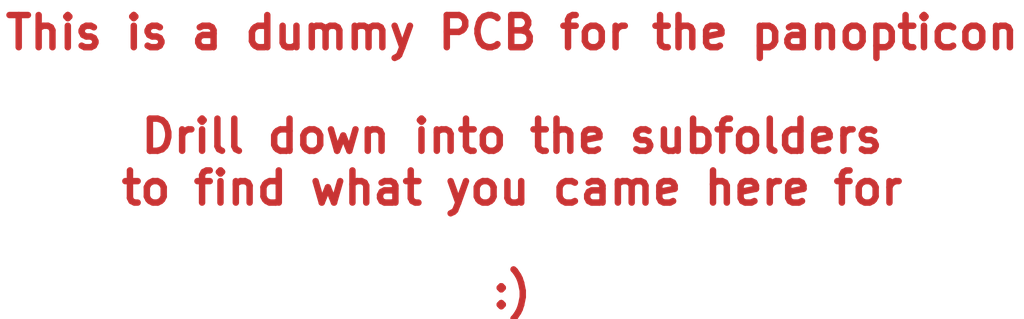
<source format=kicad_pcb>
(kicad_pcb
	(version 20240108)
	(generator "pcbnew")
	(generator_version "8.0")
	(general
		(thickness 1.6)
		(legacy_teardrops no)
	)
	(paper "A4")
	(layers
		(0 "F.Cu" signal)
		(31 "B.Cu" signal)
		(32 "B.Adhes" user "B.Adhesive")
		(33 "F.Adhes" user "F.Adhesive")
		(34 "B.Paste" user)
		(35 "F.Paste" user)
		(36 "B.SilkS" user "B.Silkscreen")
		(37 "F.SilkS" user "F.Silkscreen")
		(38 "B.Mask" user)
		(39 "F.Mask" user)
		(40 "Dwgs.User" user "User.Drawings")
		(41 "Cmts.User" user "User.Comments")
		(42 "Eco1.User" user "User.Eco1")
		(43 "Eco2.User" user "User.Eco2")
		(44 "Edge.Cuts" user)
		(45 "Margin" user)
		(46 "B.CrtYd" user "B.Courtyard")
		(47 "F.CrtYd" user "F.Courtyard")
		(48 "B.Fab" user)
		(49 "F.Fab" user)
		(50 "User.1" user)
		(51 "User.2" user)
		(52 "User.3" user)
		(53 "User.4" user)
		(54 "User.5" user)
		(55 "User.6" user)
		(56 "User.7" user)
		(57 "User.8" user)
		(58 "User.9" user)
	)
	(setup
		(pad_to_mask_clearance 0)
		(allow_soldermask_bridges_in_footprints no)
		(pcbplotparams
			(layerselection 0x00010fc_ffffffff)
			(plot_on_all_layers_selection 0x0000000_00000000)
			(disableapertmacros no)
			(usegerberextensions no)
			(usegerberattributes yes)
			(usegerberadvancedattributes yes)
			(creategerberjobfile yes)
			(dashed_line_dash_ratio 12.000000)
			(dashed_line_gap_ratio 3.000000)
			(svgprecision 4)
			(plotframeref no)
			(viasonmask no)
			(mode 1)
			(useauxorigin no)
			(hpglpennumber 1)
			(hpglpenspeed 20)
			(hpglpendiameter 15.000000)
			(pdf_front_fp_property_popups yes)
			(pdf_back_fp_property_popups yes)
			(dxfpolygonmode yes)
			(dxfimperialunits yes)
			(dxfusepcbnewfont yes)
			(psnegative no)
			(psa4output no)
			(plotreference yes)
			(plotvalue yes)
			(plotfptext yes)
			(plotinvisibletext no)
			(sketchpadsonfab no)
			(subtractmaskfromsilk no)
			(outputformat 1)
			(mirror no)
			(drillshape 1)
			(scaleselection 1)
			(outputdirectory "")
		)
	)
	(net 0 "")
	(gr_text "This is a dummy PCB for the panopticon\n\nDrill down into the subfolders\nto find what you came here for\n\n:)"
		(at 154.5 162 0)
		(layer "F.Cu")
		(uuid "b2a25c30-c2a9-4ea9-a116-234feb272fdf")
		(effects
			(font
				(size 10 10)
				(thickness 2)
				(bold yes)
			)
			(justify bottom)
		)
	)
)

</source>
